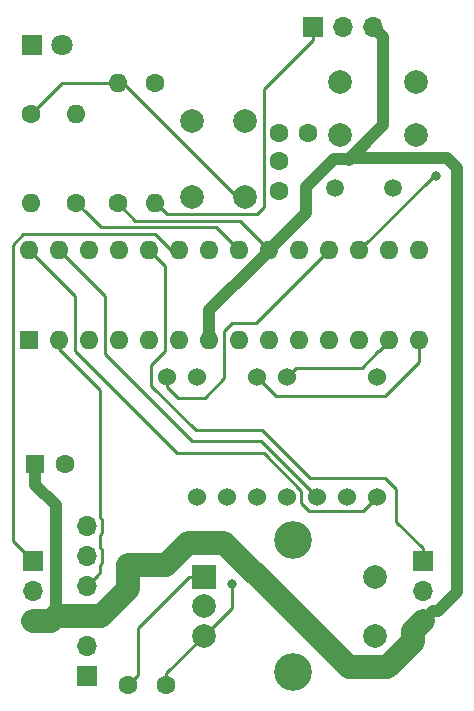
<source format=gbl>
G04 #@! TF.GenerationSoftware,KiCad,Pcbnew,5.0.0-fee4fd1~66~ubuntu14.04.1*
G04 #@! TF.CreationDate,2018-10-15T23:56:10-07:00*
G04 #@! TF.ProjectId,delay,64656C61792E6B696361645F70636200,rev?*
G04 #@! TF.SameCoordinates,Original*
G04 #@! TF.FileFunction,Copper,L2,Bot,Signal*
G04 #@! TF.FilePolarity,Positive*
%FSLAX46Y46*%
G04 Gerber Fmt 4.6, Leading zero omitted, Abs format (unit mm)*
G04 Created by KiCad (PCBNEW 5.0.0-fee4fd1~66~ubuntu14.04.1) date Mon Oct 15 23:56:10 2018*
%MOMM*%
%LPD*%
G01*
G04 APERTURE LIST*
G04 #@! TA.AperFunction,ComponentPad*
%ADD10R,1.600000X1.600000*%
G04 #@! TD*
G04 #@! TA.AperFunction,ComponentPad*
%ADD11O,1.600000X1.600000*%
G04 #@! TD*
G04 #@! TA.AperFunction,ComponentPad*
%ADD12C,1.524000*%
G04 #@! TD*
G04 #@! TA.AperFunction,ComponentPad*
%ADD13R,1.700000X1.700000*%
G04 #@! TD*
G04 #@! TA.AperFunction,ComponentPad*
%ADD14O,1.700000X1.700000*%
G04 #@! TD*
G04 #@! TA.AperFunction,ComponentPad*
%ADD15C,1.600000*%
G04 #@! TD*
G04 #@! TA.AperFunction,ComponentPad*
%ADD16R,1.800000X1.800000*%
G04 #@! TD*
G04 #@! TA.AperFunction,ComponentPad*
%ADD17C,1.800000*%
G04 #@! TD*
G04 #@! TA.AperFunction,ComponentPad*
%ADD18C,2.000000*%
G04 #@! TD*
G04 #@! TA.AperFunction,ComponentPad*
%ADD19C,3.200000*%
G04 #@! TD*
G04 #@! TA.AperFunction,ComponentPad*
%ADD20R,2.000000X2.000000*%
G04 #@! TD*
G04 #@! TA.AperFunction,ComponentPad*
%ADD21C,1.500000*%
G04 #@! TD*
G04 #@! TA.AperFunction,ViaPad*
%ADD22C,0.800000*%
G04 #@! TD*
G04 #@! TA.AperFunction,Conductor*
%ADD23C,2.000000*%
G04 #@! TD*
G04 #@! TA.AperFunction,Conductor*
%ADD24C,1.000000*%
G04 #@! TD*
G04 #@! TA.AperFunction,Conductor*
%ADD25C,0.254000*%
G04 #@! TD*
G04 APERTURE END LIST*
D10*
G04 #@! TO.P,U1,1*
G04 #@! TO.N,RESET*
X125933200Y-93065600D03*
D11*
G04 #@! TO.P,U1,15*
G04 #@! TO.N,d9*
X158953200Y-85445600D03*
G04 #@! TO.P,U1,2*
G04 #@! TO.N,RX*
X128473200Y-93065600D03*
G04 #@! TO.P,U1,16*
G04 #@! TO.N,d10*
X156413200Y-85445600D03*
G04 #@! TO.P,U1,3*
G04 #@! TO.N,TX*
X131013200Y-93065600D03*
G04 #@! TO.P,U1,17*
G04 #@! TO.N,d11*
X153873200Y-85445600D03*
G04 #@! TO.P,U1,4*
G04 #@! TO.N,d2*
X133553200Y-93065600D03*
G04 #@! TO.P,U1,18*
G04 #@! TO.N,d12*
X151333200Y-85445600D03*
G04 #@! TO.P,U1,5*
G04 #@! TO.N,d3*
X136093200Y-93065600D03*
G04 #@! TO.P,U1,19*
G04 #@! TO.N,d13*
X148793200Y-85445600D03*
G04 #@! TO.P,U1,6*
G04 #@! TO.N,d4*
X138633200Y-93065600D03*
G04 #@! TO.P,U1,20*
G04 #@! TO.N,VCC*
X146253200Y-85445600D03*
G04 #@! TO.P,U1,7*
X141173200Y-93065600D03*
G04 #@! TO.P,U1,21*
G04 #@! TO.N,AREF*
X143713200Y-85445600D03*
G04 #@! TO.P,U1,8*
G04 #@! TO.N,GND*
X143713200Y-93065600D03*
G04 #@! TO.P,U1,22*
X141173200Y-85445600D03*
G04 #@! TO.P,U1,9*
G04 #@! TO.N,XTAL1*
X146253200Y-93065600D03*
G04 #@! TO.P,U1,23*
G04 #@! TO.N,a0*
X138633200Y-85445600D03*
G04 #@! TO.P,U1,10*
G04 #@! TO.N,XTAL2*
X148793200Y-93065600D03*
G04 #@! TO.P,U1,24*
G04 #@! TO.N,a1*
X136093200Y-85445600D03*
G04 #@! TO.P,U1,11*
G04 #@! TO.N,d5*
X151333200Y-93065600D03*
G04 #@! TO.P,U1,25*
G04 #@! TO.N,a2*
X133553200Y-85445600D03*
G04 #@! TO.P,U1,12*
G04 #@! TO.N,d6*
X153873200Y-93065600D03*
G04 #@! TO.P,U1,26*
G04 #@! TO.N,a3*
X131013200Y-85445600D03*
G04 #@! TO.P,U1,13*
G04 #@! TO.N,d7*
X156413200Y-93065600D03*
G04 #@! TO.P,U1,27*
G04 #@! TO.N,a4*
X128473200Y-85445600D03*
G04 #@! TO.P,U1,14*
G04 #@! TO.N,d8*
X158953200Y-93065600D03*
G04 #@! TO.P,U1,28*
G04 #@! TO.N,a5*
X125933200Y-85445600D03*
G04 #@! TD*
D12*
G04 #@! TO.P,U2,1*
G04 #@! TO.N,d13*
X140106400Y-106324400D03*
G04 #@! TO.P,U2,2*
G04 #@! TO.N,d2*
X142646400Y-106324400D03*
G04 #@! TO.P,U2,3*
G04 #@! TO.N,d3*
X145186400Y-106324400D03*
G04 #@! TO.P,U2,4*
G04 #@! TO.N,d4*
X147726400Y-106324400D03*
G04 #@! TO.P,U2,5*
G04 #@! TO.N,a4*
X150266400Y-106324400D03*
G04 #@! TO.P,U2,6*
G04 #@! TO.N,d5*
X152806400Y-106324400D03*
G04 #@! TO.P,U2,7*
G04 #@! TO.N,a5*
X155346400Y-106324400D03*
G04 #@! TO.P,U2,8*
G04 #@! TO.N,d6*
X155346400Y-96164400D03*
G04 #@! TO.P,U2,11*
G04 #@! TO.N,d7*
X147726400Y-96164400D03*
G04 #@! TO.P,U2,12*
G04 #@! TO.N,d8*
X145186400Y-96164400D03*
G04 #@! TO.P,U2,14*
G04 #@! TO.N,N/C*
X140106400Y-96164400D03*
G04 #@! TO.P,U2,15*
G04 #@! TO.N,d12*
X137566400Y-96164400D03*
G04 #@! TD*
D13*
G04 #@! TO.P,J3,1*
G04 #@! TO.N,GND*
X130784600Y-121513600D03*
D14*
G04 #@! TO.P,J3,2*
X130784600Y-118973600D03*
G04 #@! TO.P,J3,3*
G04 #@! TO.N,VCC*
X130784600Y-116433600D03*
G04 #@! TO.P,J3,4*
G04 #@! TO.N,RX*
X130784600Y-113893600D03*
G04 #@! TO.P,J3,5*
G04 #@! TO.N,TX*
X130784600Y-111353600D03*
G04 #@! TO.P,J3,6*
G04 #@! TO.N,DTR*
X130784600Y-108813600D03*
G04 #@! TD*
D10*
G04 #@! TO.P,C1,1*
G04 #@! TO.N,VCC*
X126441200Y-103530400D03*
D15*
G04 #@! TO.P,C1,2*
G04 #@! TO.N,GND*
X128941200Y-103530400D03*
G04 #@! TD*
G04 #@! TO.P,C2,2*
G04 #@! TO.N,XTAL1*
X147066000Y-80401800D03*
G04 #@! TO.P,C2,1*
G04 #@! TO.N,GND*
X147066000Y-77901800D03*
G04 #@! TD*
G04 #@! TO.P,C3,1*
G04 #@! TO.N,GND*
X147040600Y-75514200D03*
G04 #@! TO.P,C3,2*
G04 #@! TO.N,XTAL2*
X149540600Y-75514200D03*
G04 #@! TD*
D11*
G04 #@! TO.P,C4,2*
G04 #@! TO.N,GND*
X129895600Y-73932400D03*
D15*
G04 #@! TO.P,C4,1*
G04 #@! TO.N,AREF*
X129895600Y-81432400D03*
G04 #@! TD*
G04 #@! TO.P,C5,1*
G04 #@! TO.N,RESET*
X126085600Y-73939400D03*
D11*
G04 #@! TO.P,C5,2*
G04 #@! TO.N,DTR*
X126085600Y-81439400D03*
G04 #@! TD*
D16*
G04 #@! TO.P,D1,1*
G04 #@! TO.N,GND*
X126161800Y-68072000D03*
D17*
G04 #@! TO.P,D1,2*
G04 #@! TO.N,Net-(D1-Pad2)*
X128701800Y-68072000D03*
G04 #@! TD*
D14*
G04 #@! TO.P,J1,3*
G04 #@! TO.N,VCC*
X126238000Y-116840000D03*
G04 #@! TO.P,J1,2*
G04 #@! TO.N,GND*
X126238000Y-114300000D03*
D13*
G04 #@! TO.P,J1,1*
G04 #@! TO.N,a0*
X126238000Y-111760000D03*
G04 #@! TD*
G04 #@! TO.P,J2,1*
G04 #@! TO.N,a1*
X159258000Y-111760000D03*
D14*
G04 #@! TO.P,J2,2*
G04 #@! TO.N,GND*
X159258000Y-114300000D03*
G04 #@! TO.P,J2,3*
G04 #@! TO.N,VCC*
X159258000Y-116840000D03*
G04 #@! TD*
D13*
G04 #@! TO.P,J4,1*
G04 #@! TO.N,a2*
X149910800Y-66548000D03*
D14*
G04 #@! TO.P,J4,2*
G04 #@! TO.N,GND*
X152450800Y-66548000D03*
G04 #@! TO.P,J4,3*
G04 #@! TO.N,VCC*
X154990800Y-66548000D03*
G04 #@! TD*
D15*
G04 #@! TO.P,R1,1*
G04 #@! TO.N,Net-(D1-Pad2)*
X136575800Y-71297800D03*
D11*
G04 #@! TO.P,R1,2*
G04 #@! TO.N,a2*
X136575800Y-81457800D03*
G04 #@! TD*
G04 #@! TO.P,R2,2*
G04 #@! TO.N,RESET*
X133400800Y-71297800D03*
D15*
G04 #@! TO.P,R2,1*
G04 #@! TO.N,VCC*
X133400800Y-81457800D03*
G04 #@! TD*
G04 #@! TO.P,R3,1*
G04 #@! TO.N,d9*
X134315200Y-122224800D03*
D11*
G04 #@! TO.P,R3,2*
G04 #@! TO.N,VCC*
X134315200Y-112064800D03*
G04 #@! TD*
G04 #@! TO.P,R4,2*
G04 #@! TO.N,VCC*
X137541000Y-112064800D03*
D15*
G04 #@! TO.P,R4,1*
G04 #@! TO.N,d10*
X137541000Y-122224800D03*
G04 #@! TD*
D18*
G04 #@! TO.P,SW1,S1*
G04 #@! TO.N,d11*
X155241400Y-118080800D03*
G04 #@! TO.P,SW1,S2*
G04 #@! TO.N,GND*
X155241400Y-113080800D03*
D19*
G04 #@! TO.P,SW1,MP*
G04 #@! TO.N,N/C*
X148241400Y-121180800D03*
X148241400Y-109980800D03*
D18*
G04 #@! TO.P,SW1,B*
G04 #@! TO.N,d10*
X140741400Y-118080800D03*
G04 #@! TO.P,SW1,C*
G04 #@! TO.N,GND*
X140741400Y-115580800D03*
D20*
G04 #@! TO.P,SW1,A*
G04 #@! TO.N,d9*
X140741400Y-113080800D03*
G04 #@! TD*
D18*
G04 #@! TO.P,SW2,2*
G04 #@! TO.N,GND*
X152196800Y-75721600D03*
G04 #@! TO.P,SW2,1*
G04 #@! TO.N,a3*
X152196800Y-71221600D03*
G04 #@! TO.P,SW2,4*
G04 #@! TO.N,Net-(SW2-Pad3)*
X158696800Y-75721600D03*
G04 #@! TO.P,SW2,3*
X158696800Y-71221600D03*
G04 #@! TD*
G04 #@! TO.P,SW3,3*
G04 #@! TO.N,Net-(SW3-Pad3)*
X139725400Y-74475200D03*
G04 #@! TO.P,SW3,4*
X144225400Y-74475200D03*
G04 #@! TO.P,SW3,1*
G04 #@! TO.N,GND*
X139725400Y-80975200D03*
G04 #@! TO.P,SW3,2*
G04 #@! TO.N,RESET*
X144225400Y-80975200D03*
G04 #@! TD*
D21*
G04 #@! TO.P,Y1,1*
G04 #@! TO.N,XTAL1*
X151815800Y-80162400D03*
G04 #@! TO.P,Y1,2*
G04 #@! TO.N,XTAL2*
X156715800Y-80162400D03*
G04 #@! TD*
D22*
G04 #@! TO.N,d10*
X143052800Y-113741200D03*
G04 #@! TO.N,d11*
X160401000Y-79121000D03*
G04 #@! TD*
D23*
G04 #@! TO.N,VCC*
X134315200Y-114105081D02*
X134315200Y-113196170D01*
X134315200Y-113196170D02*
X134315200Y-112064800D01*
X131986681Y-116433600D02*
X134315200Y-114105081D01*
X130784600Y-116433600D02*
X131986681Y-116433600D01*
X134315200Y-112064800D02*
X137541000Y-112064800D01*
D24*
X145453201Y-86245599D02*
X146253200Y-85445600D01*
X141173200Y-93065600D02*
X141173200Y-90525600D01*
X141173200Y-90525600D02*
X145453201Y-86245599D01*
X153009600Y-77800200D02*
X154432000Y-76377800D01*
X154432000Y-76377800D02*
X153870799Y-76939001D01*
X153212800Y-77597000D02*
X153009600Y-77800200D01*
X154355800Y-77597000D02*
X153212800Y-77597000D01*
X154355800Y-77597000D02*
X153670800Y-77597000D01*
X152958800Y-77749400D02*
X153009600Y-77800200D01*
D23*
X126238000Y-116840000D02*
X127762000Y-116840000D01*
X128168400Y-116433600D02*
X130784600Y-116433600D01*
X127762000Y-116840000D02*
X128168400Y-116433600D01*
D24*
X128168400Y-107057600D02*
X128168400Y-116433600D01*
X126441200Y-105330400D02*
X128168400Y-107057600D01*
X126441200Y-103530400D02*
X126441200Y-105330400D01*
X155854400Y-74853800D02*
X152958800Y-77749400D01*
X155854400Y-67411600D02*
X155854400Y-74853800D01*
X154990800Y-66548000D02*
X155854400Y-67411600D01*
X151714200Y-77749400D02*
X152958800Y-77749400D01*
X149377400Y-80086200D02*
X151714200Y-77749400D01*
X146253200Y-85445600D02*
X149377400Y-82321400D01*
X149377400Y-80086200D02*
X149377400Y-82321400D01*
D23*
X138340999Y-111239401D02*
X138340999Y-111264801D01*
X159258000Y-116840000D02*
X158408001Y-117689999D01*
X158408001Y-117689999D02*
X158408001Y-118578999D01*
X139369800Y-110210600D02*
X138340999Y-111239401D01*
X154385811Y-120730811D02*
X154355800Y-120700800D01*
X158408001Y-118578999D02*
X156256189Y-120730811D01*
X138340999Y-111264801D02*
X137541000Y-112064800D01*
X156256189Y-120730811D02*
X154385811Y-120730811D01*
X144988001Y-112780801D02*
X142417800Y-110210600D01*
X154355800Y-120700800D02*
X152958800Y-120700800D01*
X152958800Y-120700800D02*
X145038801Y-112780801D01*
X145038801Y-112780801D02*
X144988001Y-112780801D01*
X142417800Y-110210600D02*
X139369800Y-110210600D01*
D25*
X134899212Y-82956212D02*
X143763812Y-82956212D01*
X133400800Y-81457800D02*
X134899212Y-82956212D01*
X145453201Y-84645601D02*
X146253200Y-85445600D01*
X143763812Y-82956212D02*
X145453201Y-84645601D01*
D24*
X161290000Y-77597000D02*
X154355800Y-77597000D01*
X162179000Y-78486000D02*
X161290000Y-77597000D01*
X162179000Y-114350800D02*
X162179000Y-78486000D01*
X160107999Y-115990001D02*
X160539799Y-115990001D01*
X160539799Y-115990001D02*
X162179000Y-114350800D01*
X159258000Y-116840000D02*
X160107999Y-115990001D01*
D25*
G04 #@! TO.N,AREF*
X130695599Y-82232399D02*
X129895600Y-81432400D01*
X143713200Y-85445600D02*
X141777823Y-83510223D01*
X141777823Y-83510223D02*
X131973423Y-83510223D01*
X131973423Y-83510223D02*
X130695599Y-82232399D01*
G04 #@! TO.N,RESET*
X128727200Y-71297800D02*
X126085600Y-73939400D01*
X133400800Y-71297800D02*
X128727200Y-71297800D01*
X133883400Y-71297800D02*
X133400800Y-71297800D01*
X144454000Y-81000600D02*
X143586200Y-81000600D01*
X143586200Y-81000600D02*
X133883400Y-71297800D01*
G04 #@! TO.N,a0*
X124536200Y-110058200D02*
X126238000Y-111760000D01*
X138633200Y-85445600D02*
X137906202Y-85445600D01*
X124536200Y-84963000D02*
X124536200Y-110058200D01*
X137906202Y-85445600D02*
X136560002Y-84099400D01*
X136560002Y-84099400D02*
X125399800Y-84099400D01*
X125399800Y-84099400D02*
X124536200Y-84963000D01*
G04 #@! TO.N,a1*
X136893199Y-86245599D02*
X136093200Y-85445600D01*
X157015609Y-106172000D02*
X157015609Y-105680799D01*
X145643600Y-100660200D02*
X140030200Y-100660200D01*
X156066201Y-104731391D02*
X149714791Y-104731391D01*
X157015609Y-105680799D02*
X156066201Y-104731391D01*
X149714791Y-104731391D02*
X145643600Y-100660200D01*
X140030200Y-100660200D02*
X136271000Y-96901000D01*
X136271000Y-96901000D02*
X136271000Y-95123000D01*
X136271000Y-95123000D02*
X137396417Y-93997583D01*
X137396417Y-93997583D02*
X137396417Y-86748817D01*
X137396417Y-86748817D02*
X136893199Y-86245599D01*
X157015609Y-108417609D02*
X157015609Y-106172000D01*
X159258000Y-110660000D02*
X157015609Y-108417609D01*
X159258000Y-111760000D02*
X159258000Y-110660000D01*
X157015609Y-106900363D02*
X157015609Y-106172000D01*
G04 #@! TO.N,RX*
X131634599Y-113043601D02*
X130784600Y-113893600D01*
X131959601Y-112068561D02*
X131959601Y-112718599D01*
X128473200Y-93065600D02*
X128473200Y-93776800D01*
X131959601Y-97263201D02*
X131959601Y-108098639D01*
X131959601Y-112718599D02*
X131634599Y-113043601D01*
X132061601Y-108200639D02*
X132061601Y-109426561D01*
X128473200Y-93776800D02*
X131959601Y-97263201D01*
X131959601Y-109528561D02*
X131959601Y-110638639D01*
X131959601Y-108098639D02*
X132061601Y-108200639D01*
X131959601Y-110638639D02*
X132061601Y-110740639D01*
X132061601Y-109426561D02*
X131959601Y-109528561D01*
X132061601Y-110740639D02*
X132061601Y-111966561D01*
X132061601Y-111966561D02*
X131959601Y-112068561D01*
G04 #@! TO.N,a2*
X149910800Y-67652000D02*
X149910800Y-66548000D01*
X145796000Y-71766800D02*
X149910800Y-67652000D01*
X145796000Y-81788000D02*
X145796000Y-71766800D01*
X145181799Y-82402201D02*
X145796000Y-81788000D01*
X137621801Y-82402201D02*
X145181799Y-82402201D01*
X136677400Y-81457800D02*
X137621801Y-82402201D01*
G04 #@! TO.N,d9*
X139491400Y-113080800D02*
X140741400Y-113080800D01*
X134315200Y-122224800D02*
X135115199Y-121424801D01*
X135115199Y-121424801D02*
X135115199Y-117457001D01*
X135115199Y-117457001D02*
X139491400Y-113080800D01*
G04 #@! TO.N,d10*
X137541000Y-121281200D02*
X137541000Y-122224800D01*
X140741400Y-118080800D02*
X137541000Y-121281200D01*
X143052800Y-114306885D02*
X143052800Y-113741200D01*
X143052800Y-115769400D02*
X143052800Y-114306885D01*
X140741400Y-118080800D02*
X143052800Y-115769400D01*
G04 #@! TO.N,d11*
X153873200Y-85445600D02*
X160197800Y-79121000D01*
X160197800Y-79121000D02*
X160401000Y-79121000D01*
G04 #@! TO.N,d12*
X137566400Y-97002600D02*
X137566400Y-96164400D01*
X151333200Y-85445600D02*
X145161000Y-91617800D01*
X145161000Y-91617800D02*
X143129000Y-91617800D01*
X138480800Y-97917000D02*
X137566400Y-97002600D01*
X143129000Y-91617800D02*
X142443200Y-92303600D01*
X142443200Y-96266000D02*
X140792200Y-97917000D01*
X142443200Y-92303600D02*
X142443200Y-96266000D01*
X140792200Y-97917000D02*
X138480800Y-97917000D01*
G04 #@! TO.N,d7*
X156413200Y-93091000D02*
X156413200Y-93065600D01*
X155498800Y-94005400D02*
X156413200Y-93091000D01*
X155473400Y-94005400D02*
X155498800Y-94005400D01*
X154076399Y-95402401D02*
X155473400Y-94005400D01*
X148488399Y-95402401D02*
X154076399Y-95402401D01*
X147726400Y-96164400D02*
X148488399Y-95402401D01*
G04 #@! TO.N,a4*
X129273199Y-86245599D02*
X128473200Y-85445600D01*
X150266400Y-106324400D02*
X145542000Y-101600000D01*
X145542000Y-101600000D02*
X139700000Y-101600000D01*
X139700000Y-101600000D02*
X132308600Y-94208600D01*
X132308600Y-94208600D02*
X132308600Y-89281000D01*
X132308600Y-89281000D02*
X129273199Y-86245599D01*
G04 #@! TO.N,d8*
X158953200Y-94919800D02*
X158953200Y-93065600D01*
X145186400Y-96164400D02*
X146812000Y-97790000D01*
X146812000Y-97790000D02*
X156083000Y-97790000D01*
X156083000Y-97790000D02*
X158953200Y-94919800D01*
G04 #@! TO.N,a5*
X125933200Y-85445600D02*
X129786199Y-89298599D01*
X129786199Y-89298599D02*
X129786199Y-93972199D01*
X138404600Y-102616000D02*
X145774512Y-102616000D01*
X129844800Y-94030800D02*
X129844800Y-94056200D01*
X129786199Y-93972199D02*
X129844800Y-94030800D01*
X129844800Y-94056200D02*
X138404600Y-102616000D01*
X148971000Y-106857800D02*
X149626601Y-107513401D01*
X145774512Y-102616000D02*
X148971000Y-105812488D01*
X148971000Y-105812488D02*
X148971000Y-106857800D01*
X154157399Y-107513401D02*
X155346400Y-106324400D01*
X149626601Y-107513401D02*
X154157399Y-107513401D01*
G04 #@! TD*
M02*

</source>
